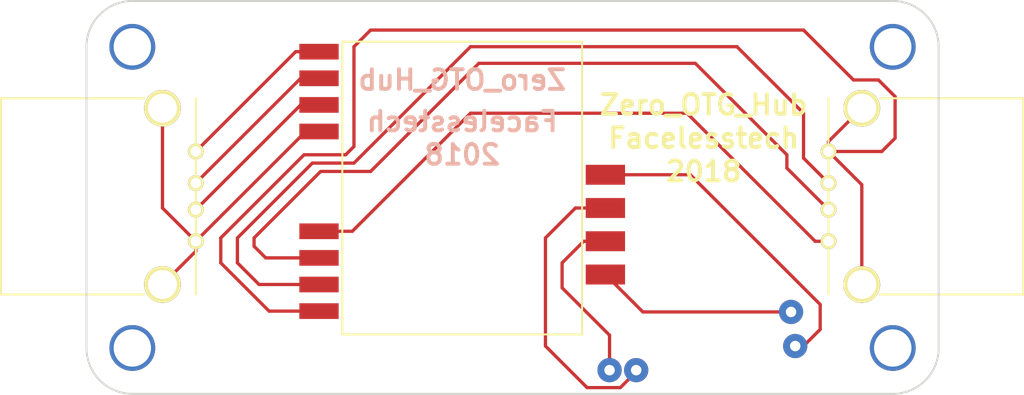
<source format=kicad_pcb>
(kicad_pcb (version 4) (host pcbnew 4.0.5+dfsg1-4)

  (general
    (links 16)
    (no_connects 0)
    (area 113.023808 80.061 194.376192 114.255)
    (thickness 1.6)
    (drawings 14)
    (tracks 76)
    (zones 0)
    (modules 8)
    (nets 13)
  )

  (page A4)
  (layers
    (0 F.Cu signal)
    (31 B.Cu signal)
    (32 B.Adhes user)
    (33 F.Adhes user)
    (34 B.Paste user)
    (35 F.Paste user)
    (36 B.SilkS user)
    (37 F.SilkS user)
    (38 B.Mask user)
    (39 F.Mask user)
    (40 Dwgs.User user)
    (41 Cmts.User user)
    (42 Eco1.User user)
    (43 Eco2.User user)
    (44 Edge.Cuts user)
    (45 Margin user)
    (46 B.CrtYd user)
    (47 F.CrtYd user)
    (48 B.Fab user)
    (49 F.Fab user)
  )

  (setup
    (last_trace_width 0.25)
    (trace_clearance 0.2)
    (zone_clearance 0.508)
    (zone_45_only no)
    (trace_min 0.2)
    (segment_width 0.2)
    (edge_width 0.15)
    (via_size 0.6)
    (via_drill 0.4)
    (via_min_size 0.4)
    (via_min_drill 0.3)
    (uvia_size 0.3)
    (uvia_drill 0.1)
    (uvias_allowed no)
    (uvia_min_size 0.2)
    (uvia_min_drill 0.1)
    (pcb_text_width 0.3)
    (pcb_text_size 1.5 1.5)
    (mod_edge_width 0.15)
    (mod_text_size 1 1)
    (mod_text_width 0.15)
    (pad_size 1.524 1.524)
    (pad_drill 0.762)
    (pad_to_mask_clearance 0.2)
    (aux_axis_origin 0 0)
    (visible_elements FFFFFF7F)
    (pcbplotparams
      (layerselection 0x010f0_80000001)
      (usegerberextensions false)
      (excludeedgelayer true)
      (linewidth 0.100000)
      (plotframeref false)
      (viasonmask false)
      (mode 1)
      (useauxorigin false)
      (hpglpennumber 1)
      (hpglpenspeed 20)
      (hpglpendiameter 15)
      (hpglpenoverlay 2)
      (psnegative false)
      (psa4output false)
      (plotreference true)
      (plotvalue true)
      (plotinvisibletext false)
      (padsonsilk false)
      (subtractmaskfromsilk false)
      (outputformat 1)
      (mirror false)
      (drillshape 0)
      (scaleselection 1)
      (outputdirectory gerbers/))
  )

  (net 0 "")
  (net 1 "Net-(P1-Pad4)")
  (net 2 "Net-(P1-Pad1)")
  (net 3 "Net-(P1-Pad3)")
  (net 4 "Net-(P1-Pad2)")
  (net 5 "Net-(P2-Pad1)")
  (net 6 "Net-(P2-Pad2)")
  (net 7 "Net-(P2-Pad3)")
  (net 8 "Net-(P2-Pad4)")
  (net 9 "Net-(P3-Pad1)")
  (net 10 "Net-(P3-Pad2)")
  (net 11 "Net-(P3-Pad3)")
  (net 12 "Net-(P3-Pad4)")

  (net_class Default "This is the default net class."
    (clearance 0.2)
    (trace_width 0.25)
    (via_dia 0.6)
    (via_drill 0.4)
    (uvia_dia 0.3)
    (uvia_drill 0.1)
    (add_net "Net-(P1-Pad1)")
    (add_net "Net-(P1-Pad2)")
    (add_net "Net-(P1-Pad3)")
    (add_net "Net-(P1-Pad4)")
    (add_net "Net-(P2-Pad1)")
    (add_net "Net-(P2-Pad2)")
    (add_net "Net-(P2-Pad3)")
    (add_net "Net-(P2-Pad4)")
    (add_net "Net-(P3-Pad1)")
    (add_net "Net-(P3-Pad2)")
    (add_net "Net-(P3-Pad3)")
    (add_net "Net-(P3-Pad4)")
  )

  (module raspberry_pi_mount_hole_m2:raspberry_pi_mount_hole_m2.5 (layer F.Cu) (tedit 5A886229) (tstamp 5A8BB234)
    (at 124.7 85.1)
    (fp_text reference REF** (at 0 5.08) (layer F.SilkS) hide
      (effects (font (size 1 1) (thickness 0.15)))
    )
    (fp_text value raspberry_pi_mount_hole_m2.5 (at 0 -4.064) (layer F.Fab) hide
      (effects (font (size 1 1) (thickness 0.15)))
    )
    (pad 1 thru_hole circle (at 0 0) (size 3.5 3.5) (drill 2.85) (layers *.Cu *.Mask))
  )

  (module raspberry_pi_mount_hole_m2:raspberry_pi_mount_hole_m2.5 (layer F.Cu) (tedit 5A8861E3) (tstamp 5A8BB247)
    (at 124.7 108.1)
    (fp_text reference REF** (at 0 5.08) (layer F.SilkS) hide
      (effects (font (size 1 1) (thickness 0.15)))
    )
    (fp_text value raspberry_pi_mount_hole_m2.5 (at 0 -4.064) (layer F.Fab) hide
      (effects (font (size 1 1) (thickness 0.15)))
    )
    (pad 1 thru_hole circle (at 0 0) (size 3.5 3.5) (drill 2.85) (layers *.Cu *.Mask))
  )

  (module raspberry_pi_mount_hole_m2:raspberry_pi_mount_hole_m2.5 (layer F.Cu) (tedit 5A886212) (tstamp 5A8BB250)
    (at 182.7 108.1)
    (fp_text reference REF** (at 0 5.08) (layer F.SilkS) hide
      (effects (font (size 1 1) (thickness 0.15)))
    )
    (fp_text value raspberry_pi_mount_hole_m2.5 (at 0 -4.064) (layer F.Fab) hide
      (effects (font (size 1 1) (thickness 0.15)))
    )
    (pad 1 thru_hole circle (at 0 0) (size 3.5 3.5) (drill 2.85) (layers *.Cu *.Mask))
  )

  (module raspberry_pi_mount_hole_m2:raspberry_pi_mount_hole_m2.5 (layer F.Cu) (tedit 5A88621D) (tstamp 5A8BB259)
    (at 182.7 85.1)
    (fp_text reference REF** (at 0 5.08) (layer F.SilkS) hide
      (effects (font (size 1 1) (thickness 0.15)))
    )
    (fp_text value raspberry_pi_mount_hole_m2.5 (at 0 -4.064) (layer F.Fab) hide
      (effects (font (size 1 1) (thickness 0.15)))
    )
    (pad 1 thru_hole circle (at 0 0) (size 3.5 3.5) (drill 2.85) (layers *.Cu *.Mask))
  )

  (module female_usb_custom:female_usb_custom (layer F.Cu) (tedit 5B6F1F67) (tstamp 5B5EF922)
    (at 177.8 96.52 90)
    (path /5B5EF852)
    (fp_text reference P2 (at 9.779 8.255 180) (layer F.SilkS) hide
      (effects (font (size 1 1) (thickness 0.15)))
    )
    (fp_text value USB_A (at -10.668 8.001 180) (layer F.Fab) hide
      (effects (font (size 1 1) (thickness 0.15)))
    )
    (fp_line (start -7.493 14.859) (end 7.493 14.859) (layer F.SilkS) (width 0.15))
    (fp_line (start 7.493 14.859) (end 7.493 3.937) (layer F.SilkS) (width 0.15))
    (fp_line (start -7.493 14.859) (end -7.493 3.937) (layer F.SilkS) (width 0.15))
    (fp_line (start 7.493 0) (end -7.493 0) (layer F.SilkS) (width 0.15))
    (pad 1 thru_hole circle (at -3.429 0 90) (size 1.2 1.2) (drill 0.8) (layers *.Cu *.Mask F.SilkS)
      (net 5 "Net-(P2-Pad1)"))
    (pad 2 thru_hole circle (at -1.016 0 90) (size 1.2 1.2) (drill 0.8) (layers *.Cu *.Mask F.SilkS)
      (net 6 "Net-(P2-Pad2)"))
    (pad 3 thru_hole circle (at 1.016 0 90) (size 1.2 1.2) (drill 0.8) (layers *.Cu *.Mask F.SilkS)
      (net 7 "Net-(P2-Pad3)"))
    (pad 4 thru_hole circle (at 3.429 0 90) (size 1.2 1.2) (drill 0.8) (layers *.Cu *.Mask F.SilkS)
      (net 8 "Net-(P2-Pad4)"))
    (pad 4 thru_hole circle (at 6.731 2.54 90) (size 2.8 2.8) (drill 2.2) (layers *.Cu *.Mask F.SilkS)
      (net 8 "Net-(P2-Pad4)"))
    (pad 4 thru_hole circle (at -6.731 2.54 90) (size 2.8 2.8) (drill 2.2) (layers *.Cu *.Mask F.SilkS)
      (net 8 "Net-(P2-Pad4)"))
  )

  (module female_usb_custom:female_usb_custom (layer F.Cu) (tedit 5B6F1F81) (tstamp 5B5EF92C)
    (at 129.54 96.52 270)
    (path /5B5EF8B7)
    (fp_text reference P3 (at 9.779 8.255 360) (layer F.SilkS) hide
      (effects (font (size 1 1) (thickness 0.15)))
    )
    (fp_text value USB_A (at -10.668 8.001 360) (layer F.Fab) hide
      (effects (font (size 1 1) (thickness 0.15)))
    )
    (fp_line (start -7.493 14.859) (end 7.493 14.859) (layer F.SilkS) (width 0.15))
    (fp_line (start 7.493 14.859) (end 7.493 3.937) (layer F.SilkS) (width 0.15))
    (fp_line (start -7.493 14.859) (end -7.493 3.937) (layer F.SilkS) (width 0.15))
    (fp_line (start 7.493 0) (end -7.493 0) (layer F.SilkS) (width 0.15))
    (pad 1 thru_hole circle (at -3.429 0 270) (size 1.2 1.2) (drill 0.8) (layers *.Cu *.Mask F.SilkS)
      (net 9 "Net-(P3-Pad1)"))
    (pad 2 thru_hole circle (at -1.016 0 270) (size 1.2 1.2) (drill 0.8) (layers *.Cu *.Mask F.SilkS)
      (net 10 "Net-(P3-Pad2)"))
    (pad 3 thru_hole circle (at 1.016 0 270) (size 1.2 1.2) (drill 0.8) (layers *.Cu *.Mask F.SilkS)
      (net 11 "Net-(P3-Pad3)"))
    (pad 4 thru_hole circle (at 3.429 0 270) (size 1.2 1.2) (drill 0.8) (layers *.Cu *.Mask F.SilkS)
      (net 12 "Net-(P3-Pad4)"))
    (pad 4 thru_hole circle (at 6.731 2.54 270) (size 2.8 2.8) (drill 2.2) (layers *.Cu *.Mask F.SilkS)
      (net 12 "Net-(P3-Pad4)"))
    (pad 4 thru_hole circle (at -6.731 2.54 270) (size 2.8 2.8) (drill 2.2) (layers *.Cu *.Mask F.SilkS)
      (net 12 "Net-(P3-Pad4)"))
  )

  (module raspberry_pi_zero_otg:raspberry_pi_zero_otg (layer F.Cu) (tedit 5B6F1F63) (tstamp 5B609DE2)
    (at 175.26 107.95)
    (path /5A885111)
    (fp_text reference P1 (at 10.922 -0.4445) (layer F.SilkS) hide
      (effects (font (size 1 1) (thickness 0.15)))
    )
    (fp_text value USB_A (at 10.541 -2.4765) (layer F.Fab) hide
      (effects (font (size 1 1) (thickness 0.15)))
    )
    (pad 4 thru_hole circle (at 0 0) (size 1.85 1.85) (drill 0.8) (layers *.Cu *.Mask)
      (net 1 "Net-(P1-Pad4)"))
    (pad 1 thru_hole circle (at -0.3175 -2.6035) (size 1.85 1.85) (drill 0.8) (layers *.Cu *.Mask)
      (net 2 "Net-(P1-Pad1)"))
    (pad 3 thru_hole circle (at -12.1285 1.8415) (size 1.85 1.85) (drill 0.8) (layers *.Cu *.Mask)
      (net 3 "Net-(P1-Pad3)"))
    (pad 2 thru_hole circle (at -14.1605 1.8415) (size 1.85 1.85) (drill 0.8) (layers *.Cu *.Mask)
      (net 4 "Net-(P1-Pad2)"))
  )

  (module OTG_hub_custom:OTG_hub_custom (layer F.Cu) (tedit 5B6F1F77) (tstamp 5B6F1DB8)
    (at 149.86 95.885 270)
    (path /5B6095A9)
    (fp_text reference U1 (at 0 4.953 270) (layer F.SilkS) hide
      (effects (font (size 1 1) (thickness 0.15)))
    )
    (fp_text value USB_hub_custom (at 0 -4.6355 270) (layer F.Fab) hide
      (effects (font (size 1 1) (thickness 0.15)))
    )
    (fp_line (start 11.176 -9.144) (end 11.176 9.144) (layer F.SilkS) (width 0.15))
    (fp_line (start 11.176 9.144) (end -11.176 9.144) (layer F.SilkS) (width 0.15))
    (fp_line (start -11.176 9.144) (end -11.176 -9.144) (layer F.SilkS) (width 0.15))
    (fp_line (start -11.176 -9.144) (end 11.176 -9.144) (layer F.SilkS) (width 0.15))
    (pad 1 smd rect (at 6.604 -10.922 270) (size 1.524 3) (layers F.Cu F.Paste F.Mask)
      (net 2 "Net-(P1-Pad1)"))
    (pad 2 smd rect (at 4.064 -10.922 270) (size 1.524 3) (layers F.Cu F.Paste F.Mask)
      (net 4 "Net-(P1-Pad2)"))
    (pad 3 smd rect (at 1.524 -10.922 270) (size 1.524 3) (layers F.Cu F.Paste F.Mask)
      (net 3 "Net-(P1-Pad3)"))
    (pad 4 smd rect (at -1.016 -10.922 270) (size 1.524 3) (layers F.Cu F.Paste F.Mask)
      (net 1 "Net-(P1-Pad4)"))
    (pad 5 smd rect (at -10.414 10.922 270) (size 1.2 3) (layers F.Cu F.Paste F.Mask)
      (net 9 "Net-(P3-Pad1)"))
    (pad 6 smd rect (at -8.382 10.922 270) (size 1.2 3) (layers F.Cu F.Paste F.Mask)
      (net 10 "Net-(P3-Pad2)"))
    (pad 7 smd rect (at -6.35 10.922 270) (size 1.2 3) (layers F.Cu F.Paste F.Mask)
      (net 11 "Net-(P3-Pad3)"))
    (pad 8 smd rect (at -4.318 10.922 270) (size 1.2 3) (layers F.Cu F.Paste F.Mask)
      (net 12 "Net-(P3-Pad4)"))
    (pad 9 smd rect (at 3.302 10.922 270) (size 1.2 3) (layers F.Cu F.Paste F.Mask)
      (net 5 "Net-(P2-Pad1)"))
    (pad 10 smd rect (at 5.334 10.922 270) (size 1.2 3) (layers F.Cu F.Paste F.Mask)
      (net 6 "Net-(P2-Pad2)"))
    (pad 11 smd rect (at 7.366 10.922 270) (size 1.2 3) (layers F.Cu F.Paste F.Mask)
      (net 7 "Net-(P2-Pad3)"))
    (pad 12 smd rect (at 9.398 10.922 270) (size 1.2 3) (layers F.Cu F.Paste F.Mask)
      (net 8 "Net-(P2-Pad4)"))
  )

  (gr_text 2018 (at 149.86 93.345) (layer B.SilkS)
    (effects (font (size 1.5 1.5) (thickness 0.3)) (justify mirror))
  )
  (gr_text Facelesstech (at 149.86 90.805) (layer B.SilkS)
    (effects (font (size 1.5 1.5) (thickness 0.3)) (justify mirror))
  )
  (gr_text Zero_OTG_Hub (at 149.86 87.63) (layer B.SilkS)
    (effects (font (size 1.5 1.5) (thickness 0.3)) (justify mirror))
  )
  (gr_text 2018 (at 168.275 94.615) (layer F.SilkS)
    (effects (font (size 1.5 1.5) (thickness 0.3)))
  )
  (gr_text Facelesstech (at 168.275 92.075) (layer F.SilkS)
    (effects (font (size 1.5 1.5) (thickness 0.3)))
  )
  (gr_text Zero_OTG_Hub (at 168.275 89.535) (layer F.SilkS)
    (effects (font (size 1.5 1.5) (thickness 0.3)))
  )
  (gr_line (start 186.2 108.3) (end 186.2 85) (angle 90) (layer Edge.Cuts) (width 0.15))
  (gr_line (start 182.6 81.6) (end 124.8 81.6) (angle 90) (layer Edge.Cuts) (width 0.15))
  (gr_arc (start 182.7 85.1) (end 182.6 81.6) (angle 90) (layer Edge.Cuts) (width 0.15))
  (gr_line (start 121.2 108.1) (end 121.2 85) (angle 90) (layer Edge.Cuts) (width 0.15))
  (gr_line (start 182.5 111.6) (end 124.7 111.6) (angle 90) (layer Edge.Cuts) (width 0.15))
  (gr_arc (start 182.7 108.1) (end 186.2 108.3) (angle 90) (layer Edge.Cuts) (width 0.15))
  (gr_arc (start 124.7 108.1) (end 124.7 111.6) (angle 90) (layer Edge.Cuts) (width 0.15))
  (gr_arc (start 124.7 85.1) (end 121.2 85) (angle 90) (layer Edge.Cuts) (width 0.15))

  (segment (start 175.26 107.95) (end 175.895 107.95) (width 0.25) (layer F.Cu) (net 1))
  (segment (start 175.895 107.95) (end 177.165 106.68) (width 0.25) (layer F.Cu) (net 1) (tstamp 5B6F1DF0))
  (segment (start 177.165 106.68) (end 177.165 104.775) (width 0.25) (layer F.Cu) (net 1) (tstamp 5B6F1DF1))
  (segment (start 177.165 104.775) (end 167.259 94.869) (width 0.25) (layer F.Cu) (net 1) (tstamp 5B6F1DF3))
  (segment (start 167.259 94.869) (end 160.782 94.869) (width 0.25) (layer F.Cu) (net 1) (tstamp 5B6F1DF5))
  (segment (start 174.9425 105.3465) (end 163.6395 105.3465) (width 0.25) (layer F.Cu) (net 2))
  (segment (start 163.6395 105.3465) (end 160.782 102.489) (width 0.25) (layer F.Cu) (net 2) (tstamp 5B6F1DEC))
  (segment (start 163.1315 109.7915) (end 163.1315 109.9185) (width 0.25) (layer F.Cu) (net 3))
  (segment (start 163.1315 109.9185) (end 161.925 111.125) (width 0.25) (layer F.Cu) (net 3) (tstamp 5B6F1DF9))
  (segment (start 161.925 111.125) (end 159.385 111.125) (width 0.25) (layer F.Cu) (net 3) (tstamp 5B6F1DFA))
  (segment (start 159.385 111.125) (end 156.21 107.95) (width 0.25) (layer F.Cu) (net 3) (tstamp 5B6F1DFC))
  (segment (start 156.21 107.95) (end 156.21 99.695) (width 0.25) (layer F.Cu) (net 3) (tstamp 5B6F1DFE))
  (segment (start 156.21 99.695) (end 158.496 97.409) (width 0.25) (layer F.Cu) (net 3) (tstamp 5B6F1E00))
  (segment (start 158.496 97.409) (end 160.782 97.409) (width 0.25) (layer F.Cu) (net 3) (tstamp 5B6F1E02))
  (segment (start 161.0995 109.7915) (end 161.0995 107.1245) (width 0.25) (layer F.Cu) (net 4))
  (segment (start 159.131 99.949) (end 160.782 99.949) (width 0.25) (layer F.Cu) (net 4) (tstamp 5B6F1DE7))
  (segment (start 157.48 101.6) (end 159.131 99.949) (width 0.25) (layer F.Cu) (net 4) (tstamp 5B6F1DE5))
  (segment (start 157.48 103.505) (end 157.48 101.6) (width 0.25) (layer F.Cu) (net 4) (tstamp 5B6F1DE3))
  (segment (start 161.0995 107.1245) (end 157.48 103.505) (width 0.25) (layer F.Cu) (net 4) (tstamp 5B6F1DE1))
  (segment (start 177.8 99.949) (end 176.784 99.949) (width 0.25) (layer F.Cu) (net 5) (status 400000))
  (segment (start 141.478 99.187) (end 138.938 99.187) (width 0.25) (layer F.Cu) (net 5) (tstamp 5B6F1F25) (status 800000))
  (segment (start 150.495 90.17) (end 141.478 99.187) (width 0.25) (layer F.Cu) (net 5) (tstamp 5B6F1F23))
  (segment (start 167.005 90.17) (end 150.495 90.17) (width 0.25) (layer F.Cu) (net 5) (tstamp 5B6F1F21))
  (segment (start 176.784 99.949) (end 167.005 90.17) (width 0.25) (layer F.Cu) (net 5) (tstamp 5B6F1F1F))
  (segment (start 138.938 101.219) (end 134.874 101.219) (width 0.25) (layer F.Cu) (net 6) (status 400000))
  (segment (start 174.625 94.361) (end 177.8 97.536) (width 0.25) (layer F.Cu) (net 6) (tstamp 5B6F1F1B) (status 800000))
  (segment (start 174.625 93.345) (end 174.625 94.361) (width 0.25) (layer F.Cu) (net 6) (tstamp 5B6F1F15))
  (segment (start 167.64 86.36) (end 174.625 93.345) (width 0.25) (layer F.Cu) (net 6) (tstamp 5B6F1F10))
  (segment (start 151.13 86.36) (end 167.64 86.36) (width 0.25) (layer F.Cu) (net 6) (tstamp 5B6F1F0E))
  (segment (start 142.875 94.615) (end 151.13 86.36) (width 0.25) (layer F.Cu) (net 6) (tstamp 5B6F1F0B))
  (segment (start 139.065 94.615) (end 142.875 94.615) (width 0.25) (layer F.Cu) (net 6) (tstamp 5B6F1F07))
  (segment (start 133.985 99.695) (end 139.065 94.615) (width 0.25) (layer F.Cu) (net 6) (tstamp 5B6F1F06))
  (segment (start 133.985 100.33) (end 133.985 99.695) (width 0.25) (layer F.Cu) (net 6) (tstamp 5B6F1F05))
  (segment (start 134.874 101.219) (end 133.985 100.33) (width 0.25) (layer F.Cu) (net 6) (tstamp 5B6F1F03))
  (segment (start 138.938 103.251) (end 134.366 103.251) (width 0.25) (layer F.Cu) (net 7) (status 400000))
  (segment (start 175.895 93.599) (end 177.8 95.504) (width 0.25) (layer F.Cu) (net 7) (tstamp 5B6F1EF8) (status 800000))
  (segment (start 175.895 90.17) (end 175.895 93.599) (width 0.25) (layer F.Cu) (net 7) (tstamp 5B6F1EF5))
  (segment (start 170.815 85.09) (end 175.895 90.17) (width 0.25) (layer F.Cu) (net 7) (tstamp 5B6F1EF3))
  (segment (start 150.495 85.09) (end 170.815 85.09) (width 0.25) (layer F.Cu) (net 7) (tstamp 5B6F1EEE))
  (segment (start 141.605 93.98) (end 150.495 85.09) (width 0.25) (layer F.Cu) (net 7) (tstamp 5B6F1EEB))
  (segment (start 138.43 93.98) (end 141.605 93.98) (width 0.25) (layer F.Cu) (net 7) (tstamp 5B6F1EE9))
  (segment (start 132.715 99.695) (end 138.43 93.98) (width 0.25) (layer F.Cu) (net 7) (tstamp 5B6F1EE7))
  (segment (start 132.715 101.6) (end 132.715 99.695) (width 0.25) (layer F.Cu) (net 7) (tstamp 5B6F1EE5))
  (segment (start 134.366 103.251) (end 132.715 101.6) (width 0.25) (layer F.Cu) (net 7) (tstamp 5B6F1EE3))
  (segment (start 139.192 103.505) (end 138.938 103.251) (width 0.25) (layer F.Cu) (net 7) (tstamp 5B6F1E44))
  (segment (start 138.938 105.283) (end 135.128 105.283) (width 0.25) (layer F.Cu) (net 8) (status 400000))
  (segment (start 181.864 93.091) (end 177.8 93.091) (width 0.25) (layer F.Cu) (net 8) (tstamp 5B6F1EDC) (status 800000))
  (segment (start 182.88 92.075) (end 181.864 93.091) (width 0.25) (layer F.Cu) (net 8) (tstamp 5B6F1EDB))
  (segment (start 182.88 88.9) (end 182.88 92.075) (width 0.25) (layer F.Cu) (net 8) (tstamp 5B6F1ED9))
  (segment (start 181.61 87.63) (end 182.88 88.9) (width 0.25) (layer F.Cu) (net 8) (tstamp 5B6F1ED7))
  (segment (start 179.705 87.63) (end 181.61 87.63) (width 0.25) (layer F.Cu) (net 8) (tstamp 5B6F1ED5))
  (segment (start 175.895 83.82) (end 179.705 87.63) (width 0.25) (layer F.Cu) (net 8) (tstamp 5B6F1ED2))
  (segment (start 142.875 83.82) (end 175.895 83.82) (width 0.25) (layer F.Cu) (net 8) (tstamp 5B6F1ECF))
  (segment (start 141.605 85.09) (end 142.875 83.82) (width 0.25) (layer F.Cu) (net 8) (tstamp 5B6F1ECD))
  (segment (start 141.605 92.71) (end 141.605 85.09) (width 0.25) (layer F.Cu) (net 8) (tstamp 5B6F1ECB))
  (segment (start 140.97 93.345) (end 141.605 92.71) (width 0.25) (layer F.Cu) (net 8) (tstamp 5B6F1EC8))
  (segment (start 137.795 93.345) (end 140.97 93.345) (width 0.25) (layer F.Cu) (net 8) (tstamp 5B6F1EC7))
  (segment (start 131.445 99.695) (end 137.795 93.345) (width 0.25) (layer F.Cu) (net 8) (tstamp 5B6F1EC5))
  (segment (start 131.445 101.6) (end 131.445 99.695) (width 0.25) (layer F.Cu) (net 8) (tstamp 5B6F1EC3))
  (segment (start 135.128 105.283) (end 131.445 101.6) (width 0.25) (layer F.Cu) (net 8) (tstamp 5B6F1EC0))
  (segment (start 180.34 103.251) (end 180.34 95.631) (width 0.25) (layer F.Cu) (net 8))
  (segment (start 180.34 95.631) (end 177.8 93.091) (width 0.25) (layer F.Cu) (net 8) (tstamp 5B6F1E7F))
  (segment (start 177.8 93.091) (end 177.8 92.329) (width 0.25) (layer F.Cu) (net 8))
  (segment (start 177.8 92.329) (end 180.34 89.789) (width 0.25) (layer F.Cu) (net 8) (tstamp 5B6F1E7C))
  (segment (start 138.938 85.471) (end 137.16 85.471) (width 0.25) (layer F.Cu) (net 9))
  (segment (start 137.16 85.471) (end 129.54 93.091) (width 0.25) (layer F.Cu) (net 9) (tstamp 5B6F1E47))
  (segment (start 138.938 87.503) (end 137.541 87.503) (width 0.25) (layer F.Cu) (net 10))
  (segment (start 137.541 87.503) (end 129.54 95.504) (width 0.25) (layer F.Cu) (net 10) (tstamp 5B6F1E4B))
  (segment (start 138.938 89.535) (end 137.541 89.535) (width 0.25) (layer F.Cu) (net 11))
  (segment (start 137.541 89.535) (end 129.54 97.536) (width 0.25) (layer F.Cu) (net 11) (tstamp 5B6F1E4F))
  (segment (start 127 89.789) (end 127 97.409) (width 0.25) (layer F.Cu) (net 12))
  (segment (start 127 97.409) (end 129.54 99.949) (width 0.25) (layer F.Cu) (net 12) (tstamp 5B6F1E5A))
  (segment (start 129.54 99.949) (end 129.54 100.711) (width 0.25) (layer F.Cu) (net 12))
  (segment (start 129.54 100.711) (end 127 103.251) (width 0.25) (layer F.Cu) (net 12) (tstamp 5B6F1E57))
  (segment (start 138.938 91.567) (end 137.922 91.567) (width 0.25) (layer F.Cu) (net 12))
  (segment (start 137.922 91.567) (end 129.54 99.949) (width 0.25) (layer F.Cu) (net 12) (tstamp 5B6F1E53))

)

</source>
